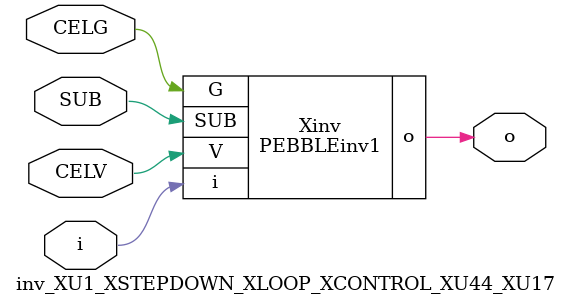
<source format=v>



module PEBBLEinv1 ( o, G, SUB, V, i );

  input V;
  input i;
  input G;
  output o;
  input SUB;
endmodule

//Celera Confidential Do Not Copy inv_XU1_XSTEPDOWN_XLOOP_XCONTROL_XU44_XU17
//Celera Confidential Symbol Generator
//5V Inverter
module inv_XU1_XSTEPDOWN_XLOOP_XCONTROL_XU44_XU17 (CELV,CELG,i,o,SUB);
input CELV;
input CELG;
input i;
input SUB;
output o;

//Celera Confidential Do Not Copy inv
PEBBLEinv1 Xinv(
.V (CELV),
.i (i),
.o (o),
.SUB (SUB),
.G (CELG)
);
//,diesize,PEBBLEinv1

//Celera Confidential Do Not Copy Module End
//Celera Schematic Generator
endmodule

</source>
